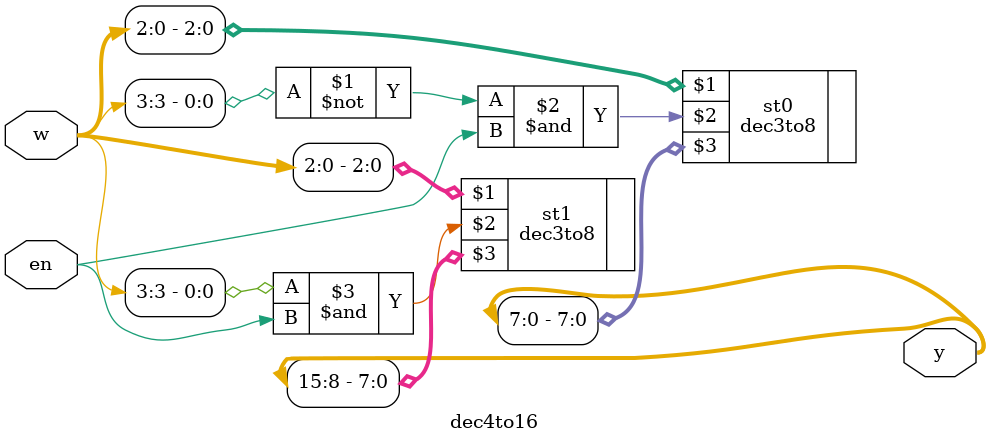
<source format=v>
module dec4to16(w,en,y);
input [3:0]w;
input en;
output [15:0]y;
dec3to8 st0(w[2:0],~w[3]&en,y[7:0]);
dec3to8 st1(w[2:0],w[3]&en,y[15:8]);
endmodule


</source>
